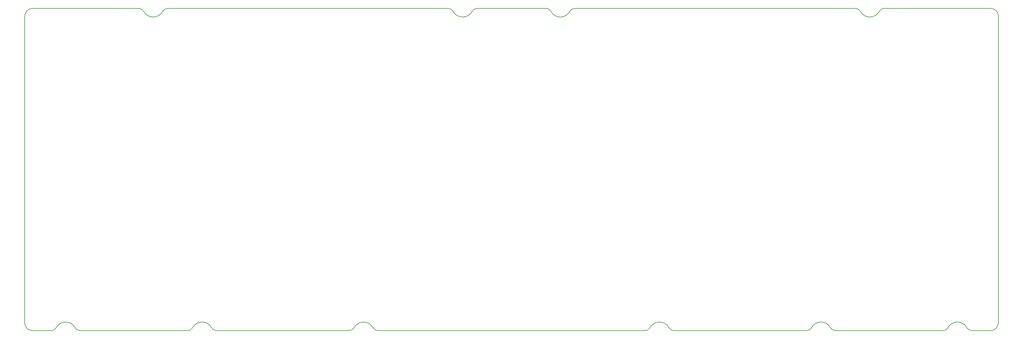
<source format=gm1>
G04 #@! TF.GenerationSoftware,KiCad,Pcbnew,(6.0.10)*
G04 #@! TF.CreationDate,2023-08-27T18:11:46-04:00*
G04 #@! TF.ProjectId,storyboard,73746f72-7962-46f6-9172-642e6b696361,rev?*
G04 #@! TF.SameCoordinates,Original*
G04 #@! TF.FileFunction,Profile,NP*
%FSLAX46Y46*%
G04 Gerber Fmt 4.6, Leading zero omitted, Abs format (unit mm)*
G04 Created by KiCad (PCBNEW (6.0.10)) date 2023-08-27 18:11:46*
%MOMM*%
%LPD*%
G01*
G04 APERTURE LIST*
G04 #@! TA.AperFunction,Profile*
%ADD10C,0.200000*%
G04 #@! TD*
G04 APERTURE END LIST*
D10*
X222404346Y-42718740D02*
X243347528Y-42724990D01*
X243147530Y-136925057D02*
G75*
G03*
X244477564Y-136118538I-130J1500157D01*
G01*
X297274312Y-136112288D02*
G75*
G03*
X291688168Y-136112288I-2793072J-1456451D01*
G01*
X67711252Y-42718740D02*
X63893740Y-42718740D01*
X337160282Y-136112275D02*
G75*
G03*
X331574112Y-136112288I-2793082J-1456525D01*
G01*
X61643660Y-134668740D02*
G75*
G03*
X63893740Y-136918740I2250040J40D01*
G01*
X156393740Y-42724990D02*
X103341845Y-42718740D01*
X186913170Y-43525191D02*
G75*
G03*
X185583134Y-42718740I-1330070J-693609D01*
G01*
X215488105Y-43525224D02*
G75*
G03*
X221074311Y-43525192I2793095J1456524D01*
G01*
X330244077Y-136918740D02*
X298604346Y-136918740D01*
X250063708Y-136118538D02*
G75*
G03*
X244477564Y-136118538I-2793072J-1456451D01*
G01*
X186913105Y-43525224D02*
G75*
G03*
X192499311Y-43525192I2793095J1456524D01*
G01*
X61643740Y-134668740D02*
X61643740Y-44968740D01*
X344093740Y-136918740D02*
G75*
G03*
X346343740Y-134668740I-40J2250040D01*
G01*
X109383135Y-136918740D02*
X77743403Y-136918740D01*
X312891846Y-42718725D02*
G75*
G03*
X311561812Y-43525192I54J-1500075D01*
G01*
X330244077Y-42718740D02*
X312891846Y-42718740D01*
X304645635Y-42718740D02*
X251593740Y-42724990D01*
X103341845Y-42718724D02*
G75*
G03*
X102011811Y-43525192I55J-1500076D01*
G01*
X96425670Y-43525190D02*
G75*
G03*
X95095633Y-42718740I-1330070J-693610D01*
G01*
X290358135Y-136918749D02*
G75*
G03*
X291688169Y-136112288I-35J1500049D01*
G01*
X69497191Y-136918740D02*
X63893740Y-136918740D01*
X185583134Y-42718740D02*
X164639952Y-42724990D01*
X243347528Y-42724990D02*
X251593740Y-42724990D01*
X156593740Y-136924990D02*
X117629346Y-136918740D01*
X193829346Y-42718725D02*
G75*
G03*
X192499312Y-43525192I54J-1500075D01*
G01*
X346343760Y-44968740D02*
G75*
G03*
X344093740Y-42718740I-2249960J40D01*
G01*
X63893740Y-42718740D02*
G75*
G03*
X61643740Y-44968740I0J-2250000D01*
G01*
X95095634Y-42718740D02*
X75957464Y-42718740D01*
X163509917Y-136118538D02*
G75*
G03*
X157923773Y-136118538I-2793072J-1456451D01*
G01*
X156593740Y-136924977D02*
G75*
G03*
X157923774Y-136118538I-40J1500077D01*
G01*
X215488170Y-43525191D02*
G75*
G03*
X214158134Y-42718740I-1330070J-693609D01*
G01*
X330244077Y-42718740D02*
X338490289Y-42718740D01*
X243147530Y-136924990D02*
X164839951Y-136924990D01*
X76413372Y-136112286D02*
G75*
G03*
X70827226Y-136112289I-2793072J-1456414D01*
G01*
X338490289Y-42718740D02*
X344093740Y-42718740D01*
X305975670Y-43525191D02*
G75*
G03*
X304645634Y-42718740I-1330070J-693609D01*
G01*
X250063679Y-136118552D02*
G75*
G03*
X251393741Y-136924990I1330021J693552D01*
G01*
X338490289Y-136918740D02*
X344093740Y-136918740D01*
X297274288Y-136112301D02*
G75*
G03*
X298604346Y-136918740I1330112J693701D01*
G01*
X116299312Y-136112288D02*
G75*
G03*
X110713168Y-136112288I-2793072J-1456451D01*
G01*
X75957464Y-42718740D02*
X67711252Y-42718740D01*
X69497191Y-136918712D02*
G75*
G03*
X70827226Y-136112289I9J1500012D01*
G01*
X346343740Y-134668740D02*
X346343740Y-44968740D01*
X330244077Y-136918752D02*
G75*
G03*
X331574111Y-136112288I23J1499952D01*
G01*
X116299288Y-136112301D02*
G75*
G03*
X117629346Y-136918740I1330112J693701D01*
G01*
X222404346Y-42718725D02*
G75*
G03*
X221074312Y-43525192I54J-1500075D01*
G01*
X214158134Y-42718740D02*
X193829346Y-42718740D01*
X305975605Y-43525224D02*
G75*
G03*
X311561811Y-43525192I2793095J1456524D01*
G01*
X109383135Y-136918749D02*
G75*
G03*
X110713169Y-136112288I-35J1500049D01*
G01*
X251393741Y-136924990D02*
X290358135Y-136918740D01*
X96425670Y-43525190D02*
G75*
G03*
X102011810Y-43525192I2793070J1456460D01*
G01*
X156393740Y-42724990D02*
X164639952Y-42724990D01*
X76413347Y-136112299D02*
G75*
G03*
X77743403Y-136918740I1330053J693599D01*
G01*
X163509912Y-136118540D02*
G75*
G03*
X164839951Y-136924990I1330088J693640D01*
G01*
X337160230Y-136112301D02*
G75*
G03*
X338490289Y-136918740I1329870J693301D01*
G01*
M02*

</source>
